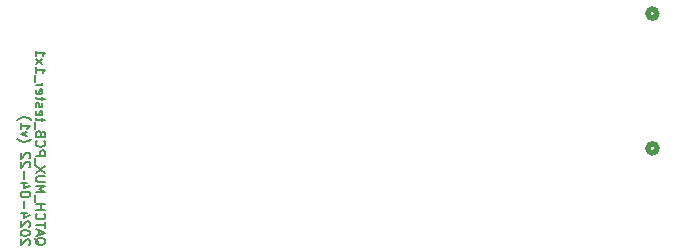
<source format=gbr>
%TF.GenerationSoftware,KiCad,Pcbnew,8.0.1*%
%TF.CreationDate,2024-04-22T12:52:14-04:00*%
%TF.ProjectId,QATCH_MUX_PCB_tester_1x1,51415443-485f-44d5-9558-5f5043425f74,1*%
%TF.SameCoordinates,Original*%
%TF.FileFunction,Legend,Bot*%
%TF.FilePolarity,Positive*%
%FSLAX46Y46*%
G04 Gerber Fmt 4.6, Leading zero omitted, Abs format (unit mm)*
G04 Created by KiCad (PCBNEW 8.0.1) date 2024-04-22 12:52:14*
%MOMM*%
%LPD*%
G01*
G04 APERTURE LIST*
%ADD10C,0.150000*%
%ADD11C,0.508000*%
G04 APERTURE END LIST*
D10*
X110567469Y-107927506D02*
X110605564Y-108003696D01*
X110605564Y-108003696D02*
X110681755Y-108079887D01*
X110681755Y-108079887D02*
X110796040Y-108194173D01*
X110796040Y-108194173D02*
X110834135Y-108270363D01*
X110834135Y-108270363D02*
X110834135Y-108346554D01*
X110643659Y-108308458D02*
X110681755Y-108384649D01*
X110681755Y-108384649D02*
X110757945Y-108460839D01*
X110757945Y-108460839D02*
X110910326Y-108498935D01*
X110910326Y-108498935D02*
X111176993Y-108498935D01*
X111176993Y-108498935D02*
X111329374Y-108460839D01*
X111329374Y-108460839D02*
X111405564Y-108384649D01*
X111405564Y-108384649D02*
X111443659Y-108308458D01*
X111443659Y-108308458D02*
X111443659Y-108156077D01*
X111443659Y-108156077D02*
X111405564Y-108079887D01*
X111405564Y-108079887D02*
X111329374Y-108003696D01*
X111329374Y-108003696D02*
X111176993Y-107965601D01*
X111176993Y-107965601D02*
X110910326Y-107965601D01*
X110910326Y-107965601D02*
X110757945Y-108003696D01*
X110757945Y-108003696D02*
X110681755Y-108079887D01*
X110681755Y-108079887D02*
X110643659Y-108156077D01*
X110643659Y-108156077D02*
X110643659Y-108308458D01*
X110872231Y-107660840D02*
X110872231Y-107279887D01*
X110643659Y-107737030D02*
X111443659Y-107470363D01*
X111443659Y-107470363D02*
X110643659Y-107203697D01*
X111443659Y-107051316D02*
X111443659Y-106594173D01*
X110643659Y-106822745D02*
X111443659Y-106822745D01*
X110719850Y-105870363D02*
X110681755Y-105908459D01*
X110681755Y-105908459D02*
X110643659Y-106022744D01*
X110643659Y-106022744D02*
X110643659Y-106098935D01*
X110643659Y-106098935D02*
X110681755Y-106213221D01*
X110681755Y-106213221D02*
X110757945Y-106289411D01*
X110757945Y-106289411D02*
X110834135Y-106327506D01*
X110834135Y-106327506D02*
X110986516Y-106365602D01*
X110986516Y-106365602D02*
X111100802Y-106365602D01*
X111100802Y-106365602D02*
X111253183Y-106327506D01*
X111253183Y-106327506D02*
X111329374Y-106289411D01*
X111329374Y-106289411D02*
X111405564Y-106213221D01*
X111405564Y-106213221D02*
X111443659Y-106098935D01*
X111443659Y-106098935D02*
X111443659Y-106022744D01*
X111443659Y-106022744D02*
X111405564Y-105908459D01*
X111405564Y-105908459D02*
X111367469Y-105870363D01*
X110643659Y-105527506D02*
X111443659Y-105527506D01*
X111062707Y-105527506D02*
X111062707Y-105070363D01*
X110643659Y-105070363D02*
X111443659Y-105070363D01*
X110567469Y-104879888D02*
X110567469Y-104270364D01*
X110643659Y-104079887D02*
X111443659Y-104079887D01*
X111443659Y-104079887D02*
X110872231Y-103813221D01*
X110872231Y-103813221D02*
X111443659Y-103546554D01*
X111443659Y-103546554D02*
X110643659Y-103546554D01*
X111443659Y-103165601D02*
X110796040Y-103165601D01*
X110796040Y-103165601D02*
X110719850Y-103127506D01*
X110719850Y-103127506D02*
X110681755Y-103089411D01*
X110681755Y-103089411D02*
X110643659Y-103013220D01*
X110643659Y-103013220D02*
X110643659Y-102860839D01*
X110643659Y-102860839D02*
X110681755Y-102784649D01*
X110681755Y-102784649D02*
X110719850Y-102746554D01*
X110719850Y-102746554D02*
X110796040Y-102708458D01*
X110796040Y-102708458D02*
X111443659Y-102708458D01*
X111443659Y-102403697D02*
X110643659Y-101870363D01*
X111443659Y-101870363D02*
X110643659Y-102403697D01*
X110567469Y-101756078D02*
X110567469Y-101146554D01*
X110643659Y-100956077D02*
X111443659Y-100956077D01*
X111443659Y-100956077D02*
X111443659Y-100651315D01*
X111443659Y-100651315D02*
X111405564Y-100575125D01*
X111405564Y-100575125D02*
X111367469Y-100537030D01*
X111367469Y-100537030D02*
X111291278Y-100498934D01*
X111291278Y-100498934D02*
X111176993Y-100498934D01*
X111176993Y-100498934D02*
X111100802Y-100537030D01*
X111100802Y-100537030D02*
X111062707Y-100575125D01*
X111062707Y-100575125D02*
X111024612Y-100651315D01*
X111024612Y-100651315D02*
X111024612Y-100956077D01*
X110719850Y-99698934D02*
X110681755Y-99737030D01*
X110681755Y-99737030D02*
X110643659Y-99851315D01*
X110643659Y-99851315D02*
X110643659Y-99927506D01*
X110643659Y-99927506D02*
X110681755Y-100041792D01*
X110681755Y-100041792D02*
X110757945Y-100117982D01*
X110757945Y-100117982D02*
X110834135Y-100156077D01*
X110834135Y-100156077D02*
X110986516Y-100194173D01*
X110986516Y-100194173D02*
X111100802Y-100194173D01*
X111100802Y-100194173D02*
X111253183Y-100156077D01*
X111253183Y-100156077D02*
X111329374Y-100117982D01*
X111329374Y-100117982D02*
X111405564Y-100041792D01*
X111405564Y-100041792D02*
X111443659Y-99927506D01*
X111443659Y-99927506D02*
X111443659Y-99851315D01*
X111443659Y-99851315D02*
X111405564Y-99737030D01*
X111405564Y-99737030D02*
X111367469Y-99698934D01*
X111062707Y-99089411D02*
X111024612Y-98975125D01*
X111024612Y-98975125D02*
X110986516Y-98937030D01*
X110986516Y-98937030D02*
X110910326Y-98898934D01*
X110910326Y-98898934D02*
X110796040Y-98898934D01*
X110796040Y-98898934D02*
X110719850Y-98937030D01*
X110719850Y-98937030D02*
X110681755Y-98975125D01*
X110681755Y-98975125D02*
X110643659Y-99051315D01*
X110643659Y-99051315D02*
X110643659Y-99356077D01*
X110643659Y-99356077D02*
X111443659Y-99356077D01*
X111443659Y-99356077D02*
X111443659Y-99089411D01*
X111443659Y-99089411D02*
X111405564Y-99013220D01*
X111405564Y-99013220D02*
X111367469Y-98975125D01*
X111367469Y-98975125D02*
X111291278Y-98937030D01*
X111291278Y-98937030D02*
X111215088Y-98937030D01*
X111215088Y-98937030D02*
X111138897Y-98975125D01*
X111138897Y-98975125D02*
X111100802Y-99013220D01*
X111100802Y-99013220D02*
X111062707Y-99089411D01*
X111062707Y-99089411D02*
X111062707Y-99356077D01*
X110567469Y-98746554D02*
X110567469Y-98137030D01*
X111176993Y-98060839D02*
X111176993Y-97756077D01*
X111443659Y-97946553D02*
X110757945Y-97946553D01*
X110757945Y-97946553D02*
X110681755Y-97908458D01*
X110681755Y-97908458D02*
X110643659Y-97832268D01*
X110643659Y-97832268D02*
X110643659Y-97756077D01*
X110681755Y-97184648D02*
X110643659Y-97260839D01*
X110643659Y-97260839D02*
X110643659Y-97413220D01*
X110643659Y-97413220D02*
X110681755Y-97489410D01*
X110681755Y-97489410D02*
X110757945Y-97527506D01*
X110757945Y-97527506D02*
X111062707Y-97527506D01*
X111062707Y-97527506D02*
X111138897Y-97489410D01*
X111138897Y-97489410D02*
X111176993Y-97413220D01*
X111176993Y-97413220D02*
X111176993Y-97260839D01*
X111176993Y-97260839D02*
X111138897Y-97184648D01*
X111138897Y-97184648D02*
X111062707Y-97146553D01*
X111062707Y-97146553D02*
X110986516Y-97146553D01*
X110986516Y-97146553D02*
X110910326Y-97527506D01*
X110681755Y-96841792D02*
X110643659Y-96765601D01*
X110643659Y-96765601D02*
X110643659Y-96613220D01*
X110643659Y-96613220D02*
X110681755Y-96537030D01*
X110681755Y-96537030D02*
X110757945Y-96498934D01*
X110757945Y-96498934D02*
X110796040Y-96498934D01*
X110796040Y-96498934D02*
X110872231Y-96537030D01*
X110872231Y-96537030D02*
X110910326Y-96613220D01*
X110910326Y-96613220D02*
X110910326Y-96727506D01*
X110910326Y-96727506D02*
X110948421Y-96803696D01*
X110948421Y-96803696D02*
X111024612Y-96841792D01*
X111024612Y-96841792D02*
X111062707Y-96841792D01*
X111062707Y-96841792D02*
X111138897Y-96803696D01*
X111138897Y-96803696D02*
X111176993Y-96727506D01*
X111176993Y-96727506D02*
X111176993Y-96613220D01*
X111176993Y-96613220D02*
X111138897Y-96537030D01*
X111176993Y-96270363D02*
X111176993Y-95965601D01*
X111443659Y-96156077D02*
X110757945Y-96156077D01*
X110757945Y-96156077D02*
X110681755Y-96117982D01*
X110681755Y-96117982D02*
X110643659Y-96041792D01*
X110643659Y-96041792D02*
X110643659Y-95965601D01*
X110681755Y-95394172D02*
X110643659Y-95470363D01*
X110643659Y-95470363D02*
X110643659Y-95622744D01*
X110643659Y-95622744D02*
X110681755Y-95698934D01*
X110681755Y-95698934D02*
X110757945Y-95737030D01*
X110757945Y-95737030D02*
X111062707Y-95737030D01*
X111062707Y-95737030D02*
X111138897Y-95698934D01*
X111138897Y-95698934D02*
X111176993Y-95622744D01*
X111176993Y-95622744D02*
X111176993Y-95470363D01*
X111176993Y-95470363D02*
X111138897Y-95394172D01*
X111138897Y-95394172D02*
X111062707Y-95356077D01*
X111062707Y-95356077D02*
X110986516Y-95356077D01*
X110986516Y-95356077D02*
X110910326Y-95737030D01*
X110643659Y-95013220D02*
X111176993Y-95013220D01*
X111024612Y-95013220D02*
X111100802Y-94975125D01*
X111100802Y-94975125D02*
X111138897Y-94937030D01*
X111138897Y-94937030D02*
X111176993Y-94860839D01*
X111176993Y-94860839D02*
X111176993Y-94784649D01*
X110567469Y-94708459D02*
X110567469Y-94098935D01*
X110643659Y-93489411D02*
X110643659Y-93946554D01*
X110643659Y-93717982D02*
X111443659Y-93717982D01*
X111443659Y-93717982D02*
X111329374Y-93794173D01*
X111329374Y-93794173D02*
X111253183Y-93870363D01*
X111253183Y-93870363D02*
X111215088Y-93946554D01*
X110643659Y-93222744D02*
X111176993Y-92803696D01*
X111176993Y-93222744D02*
X110643659Y-92803696D01*
X110643659Y-92079887D02*
X110643659Y-92537030D01*
X110643659Y-92308458D02*
X111443659Y-92308458D01*
X111443659Y-92308458D02*
X111329374Y-92384649D01*
X111329374Y-92384649D02*
X111253183Y-92460839D01*
X111253183Y-92460839D02*
X111215088Y-92537030D01*
X110079514Y-108498935D02*
X110117609Y-108460839D01*
X110117609Y-108460839D02*
X110155704Y-108384649D01*
X110155704Y-108384649D02*
X110155704Y-108194173D01*
X110155704Y-108194173D02*
X110117609Y-108117982D01*
X110117609Y-108117982D02*
X110079514Y-108079887D01*
X110079514Y-108079887D02*
X110003323Y-108041792D01*
X110003323Y-108041792D02*
X109927133Y-108041792D01*
X109927133Y-108041792D02*
X109812847Y-108079887D01*
X109812847Y-108079887D02*
X109355704Y-108537030D01*
X109355704Y-108537030D02*
X109355704Y-108041792D01*
X110155704Y-107546553D02*
X110155704Y-107470363D01*
X110155704Y-107470363D02*
X110117609Y-107394172D01*
X110117609Y-107394172D02*
X110079514Y-107356077D01*
X110079514Y-107356077D02*
X110003323Y-107317982D01*
X110003323Y-107317982D02*
X109850942Y-107279887D01*
X109850942Y-107279887D02*
X109660466Y-107279887D01*
X109660466Y-107279887D02*
X109508085Y-107317982D01*
X109508085Y-107317982D02*
X109431895Y-107356077D01*
X109431895Y-107356077D02*
X109393800Y-107394172D01*
X109393800Y-107394172D02*
X109355704Y-107470363D01*
X109355704Y-107470363D02*
X109355704Y-107546553D01*
X109355704Y-107546553D02*
X109393800Y-107622744D01*
X109393800Y-107622744D02*
X109431895Y-107660839D01*
X109431895Y-107660839D02*
X109508085Y-107698934D01*
X109508085Y-107698934D02*
X109660466Y-107737030D01*
X109660466Y-107737030D02*
X109850942Y-107737030D01*
X109850942Y-107737030D02*
X110003323Y-107698934D01*
X110003323Y-107698934D02*
X110079514Y-107660839D01*
X110079514Y-107660839D02*
X110117609Y-107622744D01*
X110117609Y-107622744D02*
X110155704Y-107546553D01*
X110079514Y-106975125D02*
X110117609Y-106937029D01*
X110117609Y-106937029D02*
X110155704Y-106860839D01*
X110155704Y-106860839D02*
X110155704Y-106670363D01*
X110155704Y-106670363D02*
X110117609Y-106594172D01*
X110117609Y-106594172D02*
X110079514Y-106556077D01*
X110079514Y-106556077D02*
X110003323Y-106517982D01*
X110003323Y-106517982D02*
X109927133Y-106517982D01*
X109927133Y-106517982D02*
X109812847Y-106556077D01*
X109812847Y-106556077D02*
X109355704Y-107013220D01*
X109355704Y-107013220D02*
X109355704Y-106517982D01*
X109889038Y-105832267D02*
X109355704Y-105832267D01*
X110193800Y-106022743D02*
X109622371Y-106213220D01*
X109622371Y-106213220D02*
X109622371Y-105717981D01*
X109660466Y-105413219D02*
X109660466Y-104803696D01*
X110155704Y-104270362D02*
X110155704Y-104194172D01*
X110155704Y-104194172D02*
X110117609Y-104117981D01*
X110117609Y-104117981D02*
X110079514Y-104079886D01*
X110079514Y-104079886D02*
X110003323Y-104041791D01*
X110003323Y-104041791D02*
X109850942Y-104003696D01*
X109850942Y-104003696D02*
X109660466Y-104003696D01*
X109660466Y-104003696D02*
X109508085Y-104041791D01*
X109508085Y-104041791D02*
X109431895Y-104079886D01*
X109431895Y-104079886D02*
X109393800Y-104117981D01*
X109393800Y-104117981D02*
X109355704Y-104194172D01*
X109355704Y-104194172D02*
X109355704Y-104270362D01*
X109355704Y-104270362D02*
X109393800Y-104346553D01*
X109393800Y-104346553D02*
X109431895Y-104384648D01*
X109431895Y-104384648D02*
X109508085Y-104422743D01*
X109508085Y-104422743D02*
X109660466Y-104460839D01*
X109660466Y-104460839D02*
X109850942Y-104460839D01*
X109850942Y-104460839D02*
X110003323Y-104422743D01*
X110003323Y-104422743D02*
X110079514Y-104384648D01*
X110079514Y-104384648D02*
X110117609Y-104346553D01*
X110117609Y-104346553D02*
X110155704Y-104270362D01*
X109889038Y-103317981D02*
X109355704Y-103317981D01*
X110193800Y-103508457D02*
X109622371Y-103698934D01*
X109622371Y-103698934D02*
X109622371Y-103203695D01*
X109660466Y-102898933D02*
X109660466Y-102289410D01*
X110079514Y-101946553D02*
X110117609Y-101908457D01*
X110117609Y-101908457D02*
X110155704Y-101832267D01*
X110155704Y-101832267D02*
X110155704Y-101641791D01*
X110155704Y-101641791D02*
X110117609Y-101565600D01*
X110117609Y-101565600D02*
X110079514Y-101527505D01*
X110079514Y-101527505D02*
X110003323Y-101489410D01*
X110003323Y-101489410D02*
X109927133Y-101489410D01*
X109927133Y-101489410D02*
X109812847Y-101527505D01*
X109812847Y-101527505D02*
X109355704Y-101984648D01*
X109355704Y-101984648D02*
X109355704Y-101489410D01*
X110079514Y-101184648D02*
X110117609Y-101146552D01*
X110117609Y-101146552D02*
X110155704Y-101070362D01*
X110155704Y-101070362D02*
X110155704Y-100879886D01*
X110155704Y-100879886D02*
X110117609Y-100803695D01*
X110117609Y-100803695D02*
X110079514Y-100765600D01*
X110079514Y-100765600D02*
X110003323Y-100727505D01*
X110003323Y-100727505D02*
X109927133Y-100727505D01*
X109927133Y-100727505D02*
X109812847Y-100765600D01*
X109812847Y-100765600D02*
X109355704Y-101222743D01*
X109355704Y-101222743D02*
X109355704Y-100727505D01*
X109050942Y-99546552D02*
X109089038Y-99584647D01*
X109089038Y-99584647D02*
X109203323Y-99660838D01*
X109203323Y-99660838D02*
X109279514Y-99698933D01*
X109279514Y-99698933D02*
X109393800Y-99737028D01*
X109393800Y-99737028D02*
X109584276Y-99775123D01*
X109584276Y-99775123D02*
X109736657Y-99775123D01*
X109736657Y-99775123D02*
X109927133Y-99737028D01*
X109927133Y-99737028D02*
X110041419Y-99698933D01*
X110041419Y-99698933D02*
X110117609Y-99660838D01*
X110117609Y-99660838D02*
X110231895Y-99584647D01*
X110231895Y-99584647D02*
X110269990Y-99546552D01*
X109889038Y-99317981D02*
X109355704Y-99127505D01*
X109355704Y-99127505D02*
X109889038Y-98937028D01*
X109355704Y-98213219D02*
X109355704Y-98670362D01*
X109355704Y-98441790D02*
X110155704Y-98441790D01*
X110155704Y-98441790D02*
X110041419Y-98517981D01*
X110041419Y-98517981D02*
X109965228Y-98594171D01*
X109965228Y-98594171D02*
X109927133Y-98670362D01*
X109050942Y-97946552D02*
X109089038Y-97908457D01*
X109089038Y-97908457D02*
X109203323Y-97832266D01*
X109203323Y-97832266D02*
X109279514Y-97794171D01*
X109279514Y-97794171D02*
X109393800Y-97756076D01*
X109393800Y-97756076D02*
X109584276Y-97717980D01*
X109584276Y-97717980D02*
X109736657Y-97717980D01*
X109736657Y-97717980D02*
X109927133Y-97756076D01*
X109927133Y-97756076D02*
X110041419Y-97794171D01*
X110041419Y-97794171D02*
X110117609Y-97832266D01*
X110117609Y-97832266D02*
X110231895Y-97908457D01*
X110231895Y-97908457D02*
X110269990Y-97946552D01*
D11*
%TO.C,J3*%
X163235000Y-100347999D02*
G75*
G02*
X162473000Y-100347999I-381000J0D01*
G01*
X162473000Y-100347999D02*
G75*
G02*
X163235000Y-100347999I381000J0D01*
G01*
%TO.C,J2*%
X163225000Y-88938002D02*
G75*
G02*
X162463000Y-88938002I-381000J0D01*
G01*
X162463000Y-88938002D02*
G75*
G02*
X163225000Y-88938002I381000J0D01*
G01*
%TD*%
M02*

</source>
